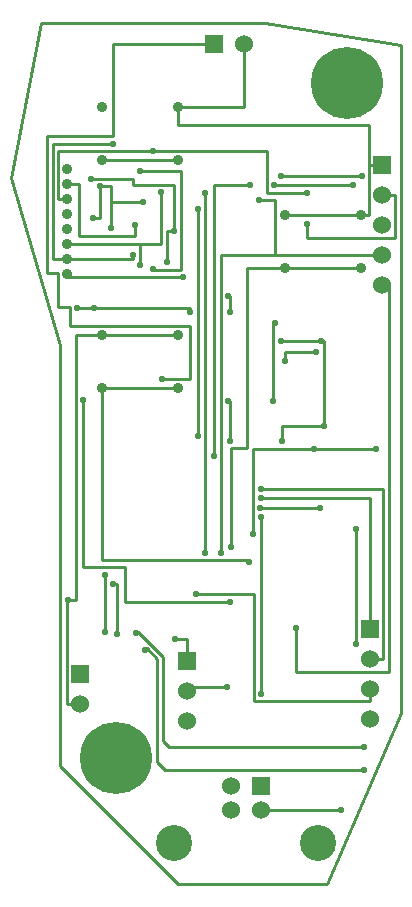
<source format=gbr>
G04 start of page 2 for group 0 idx 0
G04 Title: (unknown), solder *
G04 Creator: pcb 20070912 *
G04 CreationDate: Mon May 19 07:55:49 2008 UTC *
G04 For: sean *
G04 Format: Gerber/RS-274X *
G04 PCB-Dimensions: 132000 290000 *
G04 PCB-Coordinate-Origin: lower left *
%MOIN*%
%FSLAX24Y24*%
%LNBACK*%
%ADD11C,0.0100*%
%ADD12C,0.0200*%
%ADD13C,0.0600*%
%ADD14C,0.0360*%
%ADD15C,0.1200*%
%ADD16C,0.2400*%
%ADD17C,0.0220*%
%ADD18C,0.0380*%
%ADD19C,0.0900*%
%ADD20C,0.0280*%
%ADD21C,0.0180*%
G54D11*X3359Y23400D02*Y22865D01*
X3000Y22319D02*X2787D01*
X3359Y22865D02*Y21980D01*
Y22865D02*X4429D01*
X4330Y21450D02*Y20769D01*
X4170Y22109D02*Y21740D01*
X3000Y22319D02*Y23400D01*
X1920Y20950D02*X4090D01*
X4330Y21450D02*X1920D01*
X4170Y21740D02*X2303D01*
X5720Y20608D02*X4779D01*
X7282Y19736D02*X7282D01*
X6020Y19337D02*Y19201D01*
X7282Y19736D02*X7282D01*
X4779Y20639D02*Y20608D01*
X6020Y19337D02*X2804D01*
X1920Y20368D02*X5772D01*
X3060Y18425D02*X2210D01*
X2007Y19374D02*Y18735D01*
X6004D01*
X3060Y16654D02*X5619D01*
X7914Y20654D02*Y14650D01*
X6260Y22629D02*Y15044D01*
X6802Y14379D02*Y23412D01*
X6004Y18735D02*Y16964D01*
X5064D02*Y16964D01*
X9160Y20654D02*X11719D01*
X9160Y22425D02*X11719D01*
X9160Y20654D02*X7914D01*
X9056Y15409D02*X10468D01*
X9056D02*Y14905D01*
X11553Y11955D02*Y8120D01*
X7980Y10933D02*Y10850D01*
Y10933D02*X3060D01*
X7384Y14650D02*Y11345D01*
Y14650D02*X7914D01*
X3830Y9540D02*X7347D01*
X2804Y19337D02*X2247D01*
X3060Y10933D02*Y16654D01*
X2210Y18425D02*Y9585D01*
X1910Y6110D02*X2340D01*
X2210Y9585D02*X1910D01*
Y6110D01*
X3428Y10116D02*X3428D01*
X3428D01*
X3188Y8534D02*Y10416D01*
X3830Y10705D02*Y9540D01*
X4200Y8500D02*Y8540D01*
X4510Y7980D02*X4560D01*
X4510Y7920D02*Y7980D01*
X3830Y10705D02*X2450D01*
Y16264D02*Y10705D01*
X10570Y130D02*X5620D01*
X1660Y4070D01*
X5180Y3920D02*X4910Y4190D01*
X5290Y4700D02*X5100Y4890D01*
X1660Y4070D02*Y18080D01*
X4910Y4190D02*Y7630D01*
X5100Y4890D02*Y7700D01*
X11800Y4700D02*X5290D01*
X11790Y3920D02*X5180D01*
X4910Y7630D02*X4560Y7980D01*
X5100Y7700D02*X4260Y8540D01*
X6211Y9800D02*X8132D01*
Y6229D01*
X5505Y8282D02*X5910D01*
Y7550D01*
X10570Y130D02*X13040Y5830D01*
X11800Y3920D02*X11790D01*
X11800D01*
Y4700D02*X11830D01*
X11800Y4690D02*Y4700D01*
X11830D02*X11800D01*
X8132Y6229D02*X12020D01*
Y6620D01*
X11055Y2590D02*X8360D01*
X13040Y5830D02*Y28100D01*
X12450Y13305D02*Y7620D01*
X12020Y12985D02*Y8620D01*
X9179Y17865D02*Y17555D01*
X7282Y19736D02*X7332D01*
Y19201D01*
X7282Y16231D02*X7332D01*
X9902Y22115D02*Y22115D01*
X11980Y25430D02*Y24080D01*
X8850Y21080D02*X12410D01*
X11719Y22425D02*X11980D01*
X10468Y18235D02*Y15409D01*
Y18235D02*X10366D01*
X9179Y17865D02*X10220D01*
X7250Y6709D02*X5910D01*
X12450Y7620D02*X12020D01*
X5910Y6709D02*Y6550D01*
X8385Y13305D02*X12450D01*
X8385Y12985D02*X12020D01*
X8334Y12660D02*X10326D01*
Y12659D01*
X10140Y14626D02*Y14626D01*
X5619Y18425D02*X3060D01*
X5064Y16964D02*X6004D01*
X10366Y18235D02*X9046D01*
X8779Y16231D02*Y18814D01*
X8843D01*
X9550Y8675D02*Y7189D01*
X12630D01*
Y20080D01*
X12410D02*X12630D01*
X6501Y23170D02*Y11173D01*
X7332Y16231D02*Y14892D01*
X7282Y16231D02*X7282D01*
X7282D02*X7282D01*
X7042Y11173D02*Y21080D01*
X12840Y23080D02*Y21649D01*
X9902D02*X12840D01*
X9902D02*Y22115D01*
Y22115D02*Y22115D01*
X8850Y21080D02*X7042D01*
X8094Y11800D02*X8113D01*
X3570Y10116D02*Y8455D01*
Y10116D02*X3428D01*
X8372Y12360D02*Y6470D01*
X10140Y14626D02*X12216D01*
X8094Y14626D02*Y11800D01*
Y14626D02*X10140D01*
X4200Y8540D02*X4260D01*
X7042Y11173D02*X7042D01*
X1660Y18080D02*X50Y23650D01*
X1610Y22950D02*X1920D01*
X1430Y20950D02*Y24804D01*
X50Y23650D02*X1050Y28840D01*
X1610Y24564D02*Y22950D01*
X3451Y24804D02*X1430D01*
X2303Y23450D02*X1920D01*
X3450Y28140D02*Y25044D01*
X1250D02*X3450D01*
X2303Y21740D02*Y23450D01*
X1250Y25044D02*Y20488D01*
X1430Y20950D02*X1920D01*
Y20368D02*Y20450D01*
X1250Y20488D02*X1610D01*
Y19374D01*
X2007D01*
X8500Y28840D02*X1050D01*
X13040Y28100D02*X8500Y28840D01*
X6810Y28140D02*X3450D01*
X4343Y23880D02*X5720D01*
X5619Y25430D02*Y26025D01*
X7810D02*Y28140D01*
X5619Y26025D02*X7810D01*
X2699Y23640D02*X4103D01*
Y23440D01*
X5480D01*
X3060Y24254D02*X5619D01*
X8570Y24564D02*Y23165D01*
Y24564D02*X4780D01*
X1610D01*
X3000Y23400D02*X3359D01*
X5720Y23880D02*Y20608D01*
X4090Y21109D02*Y20950D01*
X5044Y23200D02*Y21450D01*
X4330D01*
X5242Y21900D02*X5480D01*
X5242D02*Y20848D01*
X5480Y23440D02*Y21900D01*
X8310Y22930D02*X8850D01*
Y21080D01*
X11980Y25430D02*X5619D01*
X8570Y23165D02*X9920D01*
X8810Y23429D02*X11440D01*
X9050Y23729D02*X11740D01*
X8020Y23412D02*X6802D01*
X11980Y24080D02*X12410D01*
Y23080D02*X12840D01*
X11980Y22425D02*Y24080D01*
G54D12*G36*
X6510Y28440D02*Y27840D01*
X7110D01*
Y28440D01*
X6510D01*
G37*
G54D13*X7810Y28140D03*
G54D12*G36*
X12110Y24380D02*Y23780D01*
X12710D01*
Y24380D01*
X12110D01*
G37*
G54D13*X12410Y23080D03*
Y22080D03*
Y21080D03*
Y20080D03*
G54D14*X11719Y20654D03*
G54D12*G36*
X11720Y8920D02*Y8320D01*
X12320D01*
Y8920D01*
X11720D01*
G37*
G54D14*X9160Y22425D03*
X11719D03*
X9160Y20654D03*
X3060Y18425D03*
X5619D03*
Y16654D03*
Y26025D03*
Y24254D03*
X3060Y16654D03*
X1920Y23950D03*
Y23450D03*
Y22950D03*
X3060Y26025D03*
Y24254D03*
X1920Y22450D03*
Y21950D03*
Y21450D03*
Y20950D03*
Y20450D03*
G54D13*X12020Y7620D03*
Y6620D03*
Y5620D03*
G54D15*X10260Y1490D03*
G54D12*G36*
X5610Y7850D02*Y7250D01*
X6210D01*
Y7850D01*
X5610D01*
G37*
G36*
X2040Y7410D02*Y6810D01*
X2640D01*
Y7410D01*
X2040D01*
G37*
G54D13*X2340Y6110D03*
X5910Y6550D03*
Y5550D03*
G54D12*G36*
X8060Y3690D02*Y3090D01*
X8660D01*
Y3690D01*
X8060D01*
G37*
G54D13*X7360Y3390D03*
Y2590D03*
X8360D03*
G54D15*X5460Y1490D03*
G54D16*X11240Y26840D03*
G54D17*X9920Y23165D03*
X9902Y22115D03*
X8810Y23429D03*
X9050Y23729D03*
X11440Y23429D03*
X11740Y23729D03*
X8310Y22930D03*
X8020Y23412D03*
G54D16*X3540Y4340D03*
G54D17*X11790Y3920D03*
X11800Y4690D03*
X11553Y8120D03*
X11055Y2590D03*
X4200Y8500D03*
X4510Y7920D03*
X6211Y9800D03*
X5505Y8282D03*
X7250Y6709D03*
X7347Y9540D03*
X9550Y8675D03*
X8372Y6470D03*
X3570Y8455D03*
X3188Y8534D03*
X3428Y10116D03*
X3188Y10416D03*
X1935Y9585D03*
X9179Y17555D03*
X7282Y16231D03*
X8779D03*
X10220Y17865D03*
X6020Y19201D03*
X7332D03*
X7282Y19736D03*
X9046Y18235D03*
X8843Y18814D03*
X2450Y16264D03*
X5064Y16964D03*
X10366Y18235D03*
X4780Y24564D03*
X4429Y22865D03*
X5044Y23200D03*
X4343Y23880D03*
X2787Y22319D03*
X3359Y21980D03*
X2804Y19337D03*
X2247D03*
X4090Y21109D03*
X4330Y20769D03*
X4779Y20639D03*
X5242Y20848D03*
X5772Y20368D03*
X3000Y23400D03*
X3451Y24804D03*
X2699Y23640D03*
X5480Y21900D03*
X6501Y23170D03*
X6260Y22629D03*
X4170Y22109D03*
X8385Y13305D03*
X12216Y14626D03*
X10140Y14626D03*
X7332Y14892D03*
X9056Y14905D03*
X10468Y15409D03*
X8385Y12985D03*
X8334Y12660D03*
X10326Y12659D03*
X8372Y12360D03*
X8113Y11800D03*
X6501Y11173D03*
X7042D03*
X7384Y11345D03*
X11553Y11955D03*
X7980Y10850D03*
X6260Y15044D03*
X6802Y14379D03*
G54D18*G54D12*G54D18*G54D12*G54D18*G54D19*G54D18*G54D20*G54D19*G54D15*G54D21*G54D15*G54D21*M02*

</source>
